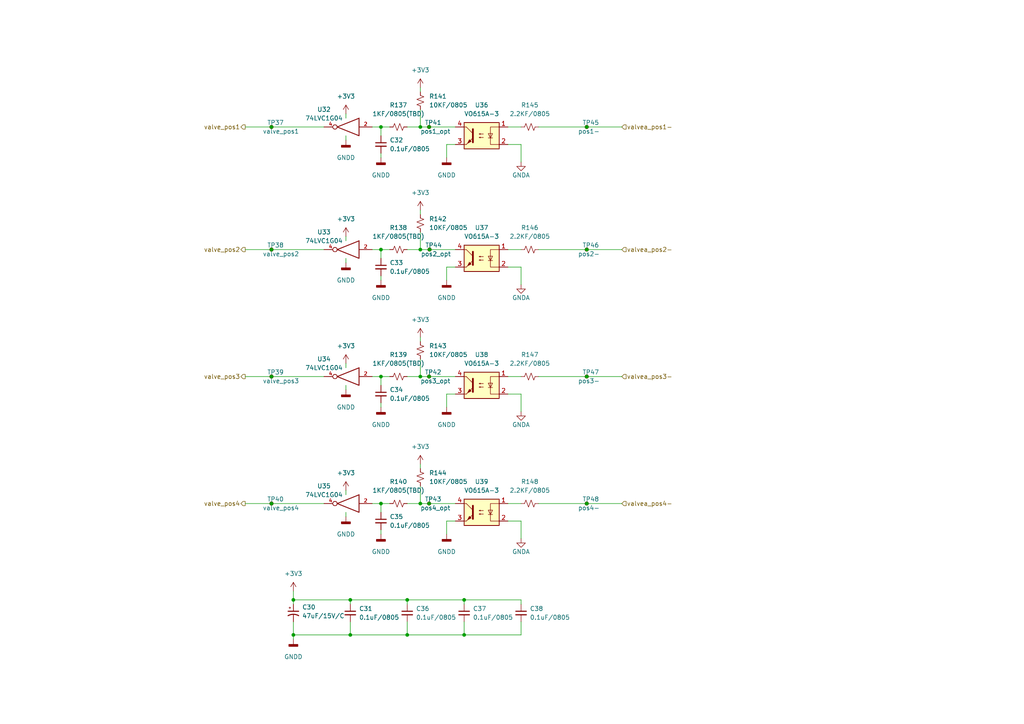
<source format=kicad_sch>
(kicad_sch (version 20211123) (generator eeschema)
  (paper "A4")
  (title_block (title "cylinder_pos_sening") (date "2022-07-12") (rev "rev00"))
  (lib_symbols
    (symbol "74xGxx:74LVC1G04" (pin_names (offset 1.016))
      (property "Reference" "U" (at -2.54 3.81 0))
      (property "Value" "74LVC1G04" (at 0 -3.81 0))
      (symbol "74LVC1G04_0_1"
        (polyline (pts (xy -3.81 2.54) (xy -3.81 -2.54) (xy 2.54 0) (xy -3.81 2.54)) (stroke (width 0.254)))
      )
      (symbol "74LVC1G04_1_1"
        (pin input line (at -7.62 0 0) (length 3.81) (name "~") (number "2"))
        (pin power_in line (at 0 -2.54 270) (length 0) hide (name "GND") (number "3"))
        (pin output inverted (at 6.35 0 180) (length 3.81) (name "~") (number "4"))
        (pin power_in line (at 0 2.54 90) (length 0) hide (name "VCC") (number "5"))
      )
    )
    (symbol "Connector:TestPoint_Small" (pin_numbers hide) (pin_names (offset 0.762) hide)
      (property "Reference" "TP" (at 0 3.81 0))
      (property "Value" "TestPoint_Small" (at 0 2.032 0))
      (symbol "TestPoint_Small_0_1"
        (circle (center 0 0) (radius 0.508))
      )
      (symbol "TestPoint_Small_1_1"
        (pin passive line (at 0 0 90) (length 0) (name "1") (number "1"))
      )
    )
    (symbol "Device:C_Polarized_Small_US" (pin_numbers hide) (pin_names (offset 0.254) hide)
      (property "Reference" "C" (at 0.254 1.778 0))
      (property "Value" "C_Polarized_Small_US" (at 0.254 -2.032 0))
      (symbol "C_Polarized_Small_US_0_1"
        (polyline (pts (xy -1.524 0.508) (xy 1.524 0.508)) (stroke (width 0.3048)))
        (polyline (pts (xy -1.27 1.524) (xy -0.762 1.524)))
        (polyline (pts (xy -1.016 1.27) (xy -1.016 1.778)))
        (arc (start 1.524 -0.762) (mid 0 -0.3734) (end -1.524 -0.762) (stroke (width 0.3048)))
      )
      (symbol "C_Polarized_Small_US_1_1"
        (pin passive line (at 0 2.54 270) (length 2.032) (name "~") (number "1"))
        (pin passive line (at 0 -2.54 90) (length 2.032) (name "~") (number "2"))
      )
    )
    (symbol "Device:C_Small" (pin_numbers hide) (pin_names (offset 0.254) hide)
      (property "Reference" "C" (at 0.254 1.778 0))
      (property "Value" "C_Small" (at 0.254 -2.032 0))
      (symbol "C_Small_0_1"
        (polyline (pts (xy -1.524 -0.508) (xy 1.524 -0.508)) (stroke (width 0.3302)))
        (polyline (pts (xy -1.524 0.508) (xy 1.524 0.508)) (stroke (width 0.3048)))
      )
      (symbol "C_Small_1_1"
        (pin passive line (at 0 2.54 270) (length 2.032) (name "~") (number "1"))
        (pin passive line (at 0 -2.54 90) (length 2.032) (name "~") (number "2"))
      )
    )
    (symbol "Device:R_Small_US" (pin_numbers hide) (pin_names (offset 0.254) hide)
      (property "Reference" "R" (at 0.762 0.508 0))
      (property "Value" "R_Small_US" (at 0.762 -1.016 0))
      (symbol "R_Small_US_1_1"
        (polyline (pts (xy 0 0) (xy 1.016 -0.381) (xy 0 -0.762) (xy -1.016 -1.143) (xy 0 -1.524)))
        (polyline (pts (xy 0 1.524) (xy 1.016 1.143) (xy 0 0.762) (xy -1.016 0.381) (xy 0 0)))
        (pin passive line (at 0 2.54 270) (length 1.016) (name "~") (number "1"))
        (pin passive line (at 0 -2.54 90) (length 1.016) (name "~") (number "2"))
      )
    )
    (symbol "Isolator:VO615A-3" (pin_names (offset 0.762))
      (property "Reference" "U" (at 0 7.62 0))
      (property "Value" "VO615A-3" (at 0 5.08 0))
      (symbol "VO615A-3_0_1"
        (rectangle (start -5.08 3.81) (end 5.08 -3.81) (stroke (width 0.254)) (fill (type background)))
        (polyline (pts (xy -3.175 -0.635) (xy -1.905 -0.635)))
        (polyline (pts (xy 2.54 0.635) (xy 4.445 2.54)))
        (polyline (pts (xy 4.445 -2.54) (xy 2.54 -0.635)) (fill (type outline)))
        (polyline (pts (xy 4.445 -2.54) (xy 5.08 -2.54)))
        (polyline (pts (xy 4.445 2.54) (xy 5.08 2.54)))
        (polyline (pts (xy 2.54 1.905) (xy 2.54 -1.905) (xy 2.54 -1.905)) (stroke (width 0.508)))
        (polyline (pts (xy -5.08 2.54) (xy -2.54 2.54) (xy -2.54 -2.54) (xy -5.08 -2.54)))
        (polyline (pts (xy -2.54 -0.635) (xy -3.175 0.635) (xy -1.905 0.635) (xy -2.54 -0.635)))
        (polyline (pts (xy -0.508 -0.508) (xy 0.762 -0.508) (xy 0.381 -0.635) (xy 0.381 -0.381) (xy 0.762 -0.508)))
        (polyline (pts (xy -0.508 0.508) (xy 0.762 0.508) (xy 0.381 0.381) (xy 0.381 0.635) (xy 0.762 0.508)))
        (polyline (pts (xy 3.048 -1.651) (xy 3.556 -1.143) (xy 4.064 -2.159) (xy 3.048 -1.651) (xy 3.048 -1.651)) (fill (type outline)))
      )
      (symbol "VO615A-3_1_1"
        (pin passive line (at -7.62 2.54 0) (length 2.54) (name "~") (number "1"))
        (pin passive line (at -7.62 -2.54 0) (length 2.54) (name "~") (number "2"))
        (pin passive line (at 7.62 -2.54 180) (length 2.54) (name "~") (number "3"))
        (pin passive line (at 7.62 2.54 180) (length 2.54) (name "~") (number "4"))
      )
    )
    (symbol "power:+3V3" (power) (pin_names (offset 0))
      (property "Value" "+3V3" (at 0 3.556 0))
      (symbol "+3V3_0_1"
        (polyline (pts (xy -0.762 1.27) (xy 0 2.54)))
        (polyline (pts (xy 0 0) (xy 0 2.54)))
        (polyline (pts (xy 0 2.54) (xy 0.762 1.27)))
      )
      (symbol "+3V3_1_1"
        (pin power_in line (at 0 0 90) (length 0) hide (name "+3V3") (number "1"))
      )
    )
    (symbol "power:GNDA" (power) (pin_names (offset 0))
      (property "Value" "GNDA" (at 0 -3.81 0))
      (symbol "GNDA_0_1"
        (polyline (pts (xy 0 0) (xy 0 -1.27) (xy 1.27 -1.27) (xy 0 -2.54) (xy -1.27 -1.27) (xy 0 -1.27)))
      )
      (symbol "GNDA_1_1"
        (pin power_in line (at 0 0 270) (length 0) hide (name "GNDA") (number "1"))
      )
    )
    (symbol "power:GNDD" (power) (pin_names (offset 0))
      (property "Value" "GNDD" (at 0 -3.175 0))
      (symbol "GNDD_0_1"
        (rectangle (start -1.27 -1.524) (end 1.27 -2.032) (stroke (width 0.254)) (fill (type outline)))
        (polyline (pts (xy 0 0) (xy 0 -1.524)))
      )
      (symbol "GNDD_1_1"
        (pin power_in line (at 0 0 270) (length 0) hide (name "GNDD") (number "1"))
      )
    )
  )
  (junction (at 110.49 109.22))
  (junction (at 121.92 146.05))
  (junction (at 78.74 109.22))
  (junction (at 110.49 36.83))
  (junction (at 121.92 72.39))
  (junction (at 121.92 109.22))
  (junction (at 170.18 72.39))
  (junction (at 78.74 72.39))
  (junction (at 170.18 146.05))
  (junction (at 85.09 173.99))
  (junction (at 85.09 184.15))
  (junction (at 110.49 146.05))
  (junction (at 134.62 173.99))
  (junction (at 170.18 109.22))
  (junction (at 124.46 36.83))
  (junction (at 124.46 109.22))
  (junction (at 124.5935 72.39))
  (junction (at 101.6 173.99))
  (junction (at 121.92 36.83))
  (junction (at 101.6 184.15))
  (junction (at 78.74 146.05))
  (junction (at 110.49 72.39))
  (junction (at 134.62 184.15))
  (junction (at 118.11 184.15))
  (junction (at 118.11 173.99))
  (junction (at 78.74 36.83))
  (junction (at 124.46 146.05))
  (junction (at 170.18 36.83))
  (wire (pts (xy 85.09 171.45) (xy 85.09 173.99)))
  (wire (pts (xy 134.62 184.15) (xy 151.13 184.15)))
  (wire (pts (xy 151.13 180.34) (xy 151.13 184.15)))
  (wire (pts (xy 110.49 72.39) (xy 113.03 72.39)))
  (wire (pts (xy 147.32 114.3) (xy 151.13 114.3)))
  (wire (pts (xy 78.74 146.05) (xy 93.98 146.05)))
  (wire (pts (xy 100.33 105.41) (xy 100.33 106.68)))
  (wire (pts (xy 100.33 111.76) (xy 100.33 113.03)))
  (wire (pts (xy 107.95 109.22) (xy 110.49 109.22)))
  (wire (pts (xy 100.33 142.24) (xy 100.33 143.51)))
  (wire (pts (xy 121.92 36.83) (xy 124.46 36.83)))
  (wire (pts (xy 118.11 72.39) (xy 121.92 72.39)))
  (wire (pts (xy 121.92 72.39) (xy 124.5935 72.39)))
  (wire (pts (xy 100.33 74.93) (xy 100.33 76.2)))
  (wire (pts (xy 121.92 31.75) (xy 121.92 36.83)))
  (wire (pts (xy 147.32 146.05) (xy 151.13 146.05)))
  (wire (pts (xy 110.49 80.01) (xy 110.49 81.28)))
  (wire (pts (xy 100.33 33.02) (xy 100.33 34.29)))
  (wire (pts (xy 134.62 175.26) (xy 134.62 173.99)))
  (wire (pts (xy 118.11 146.05) (xy 121.92 146.05)))
  (wire (pts (xy 78.74 109.22) (xy 93.98 109.22)))
  (wire (pts (xy 121.92 60.96) (xy 121.92 62.23)))
  (wire (pts (xy 100.33 148.59) (xy 100.33 149.86)))
  (wire (pts (xy 121.92 109.22) (xy 124.46 109.22)))
  (wire (pts (xy 118.11 173.99) (xy 134.62 173.99)))
  (wire (pts (xy 110.49 36.83) (xy 113.03 36.83)))
  (wire (pts (xy 132.08 41.91) (xy 129.54 41.91)))
  (wire (pts (xy 118.11 36.83) (xy 121.92 36.83)))
  (wire (pts (xy 85.09 184.15) (xy 101.6 184.15)))
  (wire (pts (xy 118.11 180.34) (xy 118.11 184.15)))
  (wire (pts (xy 156.21 146.05) (xy 170.18 146.05)))
  (wire (pts (xy 151.13 77.47) (xy 151.13 82.55)))
  (wire (pts (xy 71.12 109.22) (xy 78.74 109.22)))
  (wire (pts (xy 147.32 109.22) (xy 151.13 109.22)))
  (wire (pts (xy 156.21 72.39) (xy 170.18 72.39)))
  (wire (pts (xy 132.08 114.3) (xy 129.54 114.3)))
  (wire (pts (xy 110.49 153.67) (xy 110.49 154.94)))
  (wire (pts (xy 85.09 180.34) (xy 85.09 184.15)))
  (wire (pts (xy 124.46 146.05) (xy 132.08 146.05)))
  (wire (pts (xy 129.54 77.47) (xy 129.54 81.28)))
  (wire (pts (xy 147.32 72.39) (xy 151.13 72.39)))
  (wire (pts (xy 107.95 146.05) (xy 110.49 146.05)))
  (wire (pts (xy 121.92 25.4) (xy 121.92 26.67)))
  (wire (pts (xy 147.32 36.83) (xy 151.13 36.83)))
  (wire (pts (xy 78.74 36.83) (xy 93.98 36.83)))
  (wire (pts (xy 100.33 68.58) (xy 100.33 69.85)))
  (wire (pts (xy 85.09 173.99) (xy 85.09 175.26)))
  (wire (pts (xy 121.92 140.97) (xy 121.92 146.05)))
  (wire (pts (xy 110.49 36.83) (xy 110.49 39.37)))
  (wire (pts (xy 121.92 134.62) (xy 121.92 135.89)))
  (wire (pts (xy 170.18 36.83) (xy 180.34 36.83)))
  (wire (pts (xy 124.46 36.83) (xy 132.08 36.83)))
  (wire (pts (xy 132.08 151.13) (xy 129.54 151.13)))
  (wire (pts (xy 110.49 116.84) (xy 110.49 118.11)))
  (wire (pts (xy 101.6 175.26) (xy 101.6 173.99)))
  (wire (pts (xy 151.13 175.26) (xy 151.13 173.99)))
  (wire (pts (xy 100.33 39.37) (xy 100.33 40.64)))
  (wire (pts (xy 129.54 151.13) (xy 129.54 154.94)))
  (wire (pts (xy 151.13 41.91) (xy 151.13 46.99)))
  (wire (pts (xy 118.11 175.26) (xy 118.11 173.99)))
  (wire (pts (xy 107.95 72.39) (xy 110.49 72.39)))
  (wire (pts (xy 132.08 77.47) (xy 129.54 77.47)))
  (wire (pts (xy 151.13 114.3) (xy 151.13 119.38)))
  (wire (pts (xy 110.49 72.39) (xy 110.49 74.93)))
  (wire (pts (xy 121.92 104.14) (xy 121.92 109.22)))
  (wire (pts (xy 156.21 36.83) (xy 170.18 36.83)))
  (wire (pts (xy 101.6 173.99) (xy 118.11 173.99)))
  (wire (pts (xy 124.5935 72.39) (xy 132.08 72.39)))
  (wire (pts (xy 85.09 184.15) (xy 85.09 185.42)))
  (wire (pts (xy 121.92 146.05) (xy 124.46 146.05)))
  (wire (pts (xy 129.54 114.3) (xy 129.54 118.11)))
  (wire (pts (xy 78.74 72.39) (xy 93.98 72.39)))
  (wire (pts (xy 156.21 109.22) (xy 170.18 109.22)))
  (wire (pts (xy 71.12 72.39) (xy 78.74 72.39)))
  (wire (pts (xy 170.18 146.05) (xy 180.34 146.05)))
  (wire (pts (xy 110.49 146.05) (xy 110.49 148.59)))
  (wire (pts (xy 124.46 109.22) (xy 132.08 109.22)))
  (wire (pts (xy 134.62 173.99) (xy 151.13 173.99)))
  (wire (pts (xy 121.92 97.79) (xy 121.92 99.06)))
  (wire (pts (xy 71.12 36.83) (xy 78.74 36.83)))
  (wire (pts (xy 107.95 36.83) (xy 110.49 36.83)))
  (wire (pts (xy 110.49 146.05) (xy 113.03 146.05)))
  (wire (pts (xy 170.18 72.39) (xy 180.34 72.39)))
  (wire (pts (xy 101.6 173.99) (xy 85.09 173.99)))
  (wire (pts (xy 151.13 151.13) (xy 151.13 156.21)))
  (wire (pts (xy 118.11 184.15) (xy 134.62 184.15)))
  (wire (pts (xy 101.6 180.34) (xy 101.6 184.15)))
  (wire (pts (xy 101.6 184.15) (xy 118.11 184.15)))
  (wire (pts (xy 110.49 109.22) (xy 113.03 109.22)))
  (wire (pts (xy 129.54 41.91) (xy 129.54 45.72)))
  (wire (pts (xy 147.32 41.91) (xy 151.13 41.91)))
  (wire (pts (xy 170.18 109.22) (xy 180.34 109.22)))
  (wire (pts (xy 118.11 109.22) (xy 121.92 109.22)))
  (wire (pts (xy 134.62 180.34) (xy 134.62 184.15)))
  (wire (pts (xy 71.12 146.05) (xy 78.74 146.05)))
  (wire (pts (xy 110.49 109.22) (xy 110.49 111.76)))
  (wire (pts (xy 121.92 67.31) (xy 121.92 72.39)))
  (wire (pts (xy 147.32 77.47) (xy 151.13 77.47)))
  (wire (pts (xy 110.49 44.45) (xy 110.49 45.72)))
  (wire (pts (xy 147.32 151.13) (xy 151.13 151.13)))
  (hierarchical_label "valvea_pos4-" (shape input) (at 180.34 146.05 0))
  (hierarchical_label "valve_pos1" (shape output) (at 71.12 36.83 180))
  (hierarchical_label "valve_pos3" (shape output) (at 71.12 109.22 180))
  (hierarchical_label "valvea_pos3-" (shape input) (at 180.34 109.22 0))
  (hierarchical_label "valve_pos2" (shape output) (at 71.12 72.39 180))
  (hierarchical_label "valvea_pos2-" (shape input) (at 180.34 72.39 0))
  (hierarchical_label "valve_pos4" (shape output) (at 71.12 146.05 180))
  (hierarchical_label "valvea_pos1-" (shape input) (at 180.34 36.83 0))
  (symbol (lib_id "power:+3V3") (at 85.09 171.45 0) (unit 1)
    (property "Reference" "#PWR098" (effects hide))
    (property "Value" "+3V3" (at 85.09 166.37 0))
  )
  (symbol (lib_id "Connector:TestPoint_Small") (at 170.18 109.22 0) (unit 1)
    (property "Reference" "TP47" (at 168.91 107.95 0) (effects (justify left)))
    (property "Value" "pos3-" (at 167.64 110.49 0) (effects (justify left)))
  )
  (symbol (lib_id "power:GNDD") (at 129.54 118.11 0) (unit 1)
    (property "Reference" "#PWR0126" (effects hide))
    (property "Value" "GNDD" (at 129.54 123.19 0))
  )
  (symbol (lib_id "Connector:TestPoint_Small") (at 78.74 36.83 0) (unit 1)
    (property "Reference" "TP37" (at 77.47 35.56 0) (effects (justify left)))
    (property "Value" "valve_pos1" (at 76.2 38.1 0) (effects (justify left)))
  )
  (symbol (lib_id "Connector:TestPoint_Small") (at 124.46 109.22 0) (unit 1)
    (property "Reference" "TP42" (at 123.19 107.95 0) (effects (justify left)))
    (property "Value" "pos3_opt" (at 121.92 110.49 0) (effects (justify left)))
  )
  (symbol (lib_id "Device:C_Small") (at 151.13 177.8 0) (unit 1)
    (property "Reference" "C38" (at 153.67 176.5362 0) (effects (justify left)))
    (property "Value" "0.1uF/0805" (at 153.67 179.0762 0) (effects (justify left)))
  )
  (symbol (lib_id "power:GNDA") (at 151.13 46.99 0) (unit 1)
    (property "Reference" "#PWR0128" (effects hide))
    (property "Value" "GNDA" (at 151.13 50.8 0))
  )
  (symbol (lib_id "power:GNDA") (at 151.13 156.21 0) (unit 1)
    (property "Reference" "#PWR0131" (effects hide))
    (property "Value" "GNDA" (at 151.13 160.02 0))
  )
  (symbol (lib_id "Isolator:VO615A-3") (at 139.7 111.76 0) (mirror y) (unit 1)
    (property "Reference" "U38" (at 139.7 102.87 0))
    (property "Value" "VO615A-3" (at 139.7 105.41 0))
    (property "Datasheet" "http://www.vishay.com/docs/81753/vo615a.pdf" (effects hide))
  )
  (symbol (lib_id "power:GNDD") (at 129.54 45.72 0) (unit 1)
    (property "Reference" "#PWR0124" (effects hide))
    (property "Value" "GNDD" (at 129.54 50.8 0))
  )
  (symbol (lib_id "power:GNDD") (at 110.49 81.28 0) (unit 1)
    (property "Reference" "#PWR0117" (effects hide))
    (property "Value" "GNDD" (at 110.49 86.36 0))
  )
  (symbol (lib_id "power:GNDD") (at 110.49 154.94 0) (unit 1)
    (property "Reference" "#PWR0119" (effects hide))
    (property "Value" "GNDD" (at 110.49 160.02 0))
  )
  (symbol (lib_id "74xGxx:74LVC1G04") (at 100.33 72.39 0) (mirror y) (unit 1)
    (property "Reference" "U33" (at 93.98 67.31 0))
    (property "Value" "74LVC1G04" (at 93.98 69.85 0))
    (property "Datasheet" "http://www.ti.com/lit/sg/scyt129e/scyt129e.pdf" (effects hide))
  )
  (symbol (lib_id "power:GNDD") (at 129.54 154.94 0) (unit 1)
    (property "Reference" "#PWR0127" (effects hide))
    (property "Value" "GNDD" (at 129.54 160.02 0))
  )
  (symbol (lib_id "Device:C_Small") (at 118.11 177.8 0) (unit 1)
    (property "Reference" "C36" (at 120.65 176.5362 0) (effects (justify left)))
    (property "Value" "0.1uF/0805" (at 120.65 179.0762 0) (effects (justify left)))
  )
  (symbol (lib_id "Device:R_Small_US") (at 115.57 36.83 90) (unit 1)
    (property "Reference" "R137" (at 115.57 30.48 90))
    (property "Value" "1KF/0805(TBD)" (at 115.57 33.02 90))
  )
  (symbol (lib_id "power:GNDA") (at 151.13 82.55 0) (unit 1)
    (property "Reference" "#PWR0129" (effects hide))
    (property "Value" "GNDA" (at 151.13 86.36 0))
  )
  (symbol (lib_id "Isolator:VO615A-3") (at 139.7 148.59 0) (mirror y) (unit 1)
    (property "Reference" "U39" (at 139.7 139.7 0))
    (property "Value" "VO615A-3" (at 139.7 142.24 0))
    (property "Datasheet" "http://www.vishay.com/docs/81753/vo615a.pdf" (effects hide))
  )
  (symbol (lib_id "74xGxx:74LVC1G04") (at 100.33 109.22 0) (mirror y) (unit 1)
    (property "Reference" "U34" (at 93.98 104.14 0))
    (property "Value" "74LVC1G04" (at 93.98 106.68 0))
    (property "Datasheet" "http://www.ti.com/lit/sg/scyt129e/scyt129e.pdf" (effects hide))
  )
  (symbol (lib_id "74xGxx:74LVC1G04") (at 100.33 36.83 0) (mirror y) (unit 1)
    (property "Reference" "U32" (at 93.98 31.75 0))
    (property "Value" "74LVC1G04" (at 93.98 34.29 0))
    (property "Datasheet" "http://www.ti.com/lit/sg/scyt129e/scyt129e.pdf" (effects hide))
  )
  (symbol (lib_id "power:+3V3") (at 121.92 134.62 0) (unit 1)
    (property "Reference" "#PWR0123" (effects hide))
    (property "Value" "+3V3" (at 121.92 129.54 0))
  )
  (symbol (lib_id "Device:R_Small_US") (at 153.67 146.05 270) (unit 1)
    (property "Reference" "R148" (at 153.67 139.7 90))
    (property "Value" "2.2KF/0805" (at 153.67 142.24 90))
  )
  (symbol (lib_id "Connector:TestPoint_Small") (at 78.74 109.22 0) (unit 1)
    (property "Reference" "TP39" (at 77.47 107.95 0) (effects (justify left)))
    (property "Value" "valve_pos3" (at 76.2 110.49 0) (effects (justify left)))
  )
  (symbol (lib_id "Connector:TestPoint_Small") (at 78.74 146.05 0) (unit 1)
    (property "Reference" "TP40" (at 77.47 144.78 0) (effects (justify left)))
    (property "Value" "valve_pos4" (at 76.2 147.32 0) (effects (justify left)))
  )
  (symbol (lib_id "74xGxx:74LVC1G04") (at 100.33 146.05 0) (mirror y) (unit 1)
    (property "Reference" "U35" (at 93.98 140.97 0))
    (property "Value" "74LVC1G04" (at 93.98 143.51 0))
    (property "Datasheet" "http://www.ti.com/lit/sg/scyt129e/scyt129e.pdf" (effects hide))
  )
  (symbol (lib_id "Device:C_Small") (at 110.49 151.13 0) (unit 1)
    (property "Reference" "C35" (at 113.03 149.8662 0) (effects (justify left)))
    (property "Value" "0.1uF/0805" (at 113.03 152.4062 0) (effects (justify left)))
  )
  (symbol (lib_id "Device:C_Small") (at 134.62 177.8 0) (unit 1)
    (property "Reference" "C37" (at 137.16 176.5362 0) (effects (justify left)))
    (property "Value" "0.1uF/0805" (at 137.16 179.0762 0) (effects (justify left)))
  )
  (symbol (lib_id "Device:C_Small") (at 110.49 41.91 0) (unit 1)
    (property "Reference" "C32" (at 113.03 40.6462 0) (effects (justify left)))
    (property "Value" "0.1uF/0805" (at 113.03 43.1862 0) (effects (justify left)))
  )
  (symbol (lib_id "power:GNDA") (at 151.13 119.38 0) (unit 1)
    (property "Reference" "#PWR0130" (effects hide))
    (property "Value" "GNDA" (at 151.13 123.19 0))
  )
  (symbol (lib_id "Device:C_Polarized_Small_US") (at 85.09 177.8 0) (unit 1)
    (property "Reference" "C30" (at 87.63 176.0981 0) (effects (justify left)))
    (property "Value" "47uF/15V/C" (at 87.63 178.6381 0) (effects (justify left)))
  )
  (symbol (lib_id "Device:R_Small_US") (at 153.67 72.39 270) (unit 1)
    (property "Reference" "R146" (at 153.67 66.04 90))
    (property "Value" "2.2KF/0805" (at 153.67 68.58 90))
  )
  (symbol (lib_id "Connector:TestPoint_Small") (at 78.74 72.39 0) (unit 1)
    (property "Reference" "TP38" (at 77.47 71.12 0) (effects (justify left)))
    (property "Value" "valve_pos2" (at 76.2 73.66 0) (effects (justify left)))
  )
  (symbol (lib_id "Device:R_Small_US") (at 153.67 36.83 270) (unit 1)
    (property "Reference" "R145" (at 153.67 30.48 90))
    (property "Value" "2.2KF/0805" (at 153.67 33.02 90))
  )
  (symbol (lib_id "Device:R_Small_US") (at 115.57 109.22 90) (unit 1)
    (property "Reference" "R139" (at 115.57 102.87 90))
    (property "Value" "1KF/0805(TBD)" (at 115.57 105.41 90))
  )
  (symbol (lib_id "Device:R_Small_US") (at 121.92 29.21 180) (unit 1)
    (property "Reference" "R141" (at 124.46 27.9399 0) (effects (justify right)))
    (property "Value" "10KF/0805" (at 124.46 30.4799 0) (effects (justify right)))
  )
  (symbol (lib_id "power:GNDD") (at 100.33 149.86 0) (unit 1)
    (property "Reference" "#PWR0115" (effects hide))
    (property "Value" "GNDD" (at 100.33 154.94 0))
  )
  (symbol (lib_id "Device:R_Small_US") (at 153.67 109.22 270) (unit 1)
    (property "Reference" "R147" (at 153.67 102.87 90))
    (property "Value" "2.2KF/0805" (at 153.67 105.41 90))
  )
  (symbol (lib_id "Device:R_Small_US") (at 115.57 72.39 90) (unit 1)
    (property "Reference" "R138" (at 115.57 66.04 90))
    (property "Value" "1KF/0805(TBD)" (at 115.57 68.58 90))
  )
  (symbol (lib_id "Device:R_Small_US") (at 121.92 138.43 180) (unit 1)
    (property "Reference" "R144" (at 124.46 137.1599 0) (effects (justify right)))
    (property "Value" "10KF/0805" (at 124.46 139.6999 0) (effects (justify right)))
  )
  (symbol (lib_id "power:+3V3") (at 100.33 105.41 0) (unit 1)
    (property "Reference" "#PWR0112" (effects hide))
    (property "Value" "+3V3" (at 100.33 100.33 0))
  )
  (symbol (lib_id "Device:C_Small") (at 101.6 177.8 0) (unit 1)
    (property "Reference" "C31" (at 104.14 176.5362 0) (effects (justify left)))
    (property "Value" "0.1uF/0805" (at 104.14 179.0762 0) (effects (justify left)))
  )
  (symbol (lib_id "power:GNDD") (at 100.33 40.64 0) (unit 1)
    (property "Reference" "#PWR0109" (effects hide))
    (property "Value" "GNDD" (at 100.33 45.72 0))
  )
  (symbol (lib_id "power:GNDD") (at 110.49 118.11 0) (unit 1)
    (property "Reference" "#PWR0118" (effects hide))
    (property "Value" "GNDD" (at 110.49 123.19 0))
  )
  (symbol (lib_id "Isolator:VO615A-3") (at 139.7 74.93 0) (mirror y) (unit 1)
    (property "Reference" "U37" (at 139.7 66.04 0))
    (property "Value" "VO615A-3" (at 139.7 68.58 0))
    (property "Datasheet" "http://www.vishay.com/docs/81753/vo615a.pdf" (effects hide))
  )
  (symbol (lib_id "Connector:TestPoint_Small") (at 170.18 36.83 0) (unit 1)
    (property "Reference" "TP45" (at 168.91 35.56 0) (effects (justify left)))
    (property "Value" "pos1-" (at 167.64 38.1 0) (effects (justify left)))
  )
  (symbol (lib_id "power:GNDD") (at 100.33 76.2 0) (unit 1)
    (property "Reference" "#PWR0111" (effects hide))
    (property "Value" "GNDD" (at 100.33 81.28 0))
  )
  (symbol (lib_id "Connector:TestPoint_Small") (at 170.18 146.05 0) (unit 1)
    (property "Reference" "TP48" (at 168.91 144.78 0) (effects (justify left)))
    (property "Value" "pos4-" (at 167.64 147.32 0) (effects (justify left)))
  )
  (symbol (lib_id "Connector:TestPoint_Small") (at 124.46 36.83 0) (unit 1)
    (property "Reference" "TP41" (at 123.19 35.56 0) (effects (justify left)))
    (property "Value" "pos1_opt" (at 121.92 38.1 0) (effects (justify left)))
  )
  (symbol (lib_id "power:GNDD") (at 100.33 113.03 0) (unit 1)
    (property "Reference" "#PWR0113" (effects hide))
    (property "Value" "GNDD" (at 100.33 118.11 0))
  )
  (symbol (lib_id "Connector:TestPoint_Small") (at 170.18 72.39 0) (unit 1)
    (property "Reference" "TP46" (at 168.91 71.12 0) (effects (justify left)))
    (property "Value" "pos2-" (at 167.64 73.66 0) (effects (justify left)))
  )
  (symbol (lib_id "Device:R_Small_US") (at 121.92 64.77 180) (unit 1)
    (property "Reference" "R142" (at 124.46 63.4999 0) (effects (justify right)))
    (property "Value" "10KF/0805" (at 124.46 66.0399 0) (effects (justify right)))
  )
  (symbol (lib_id "power:+3V3") (at 100.33 142.24 0) (unit 1)
    (property "Reference" "#PWR0114" (effects hide))
    (property "Value" "+3V3" (at 100.33 137.16 0))
  )
  (symbol (lib_id "Device:C_Small") (at 110.49 114.3 0) (unit 1)
    (property "Reference" "C34" (at 113.03 113.0362 0) (effects (justify left)))
    (property "Value" "0.1uF/0805" (at 113.03 115.5762 0) (effects (justify left)))
  )
  (symbol (lib_id "power:GNDD") (at 85.09 185.42 0) (unit 1)
    (property "Reference" "#PWR099" (effects hide))
    (property "Value" "GNDD" (at 85.09 190.5 0))
  )
  (symbol (lib_id "Device:R_Small_US") (at 121.92 101.6 180) (unit 1)
    (property "Reference" "R143" (at 124.46 100.3299 0) (effects (justify right)))
    (property "Value" "10KF/0805" (at 124.46 102.8699 0) (effects (justify right)))
  )
  (symbol (lib_id "power:GNDD") (at 110.49 45.72 0) (unit 1)
    (property "Reference" "#PWR0116" (effects hide))
    (property "Value" "GNDD" (at 110.49 50.8 0))
  )
  (symbol (lib_id "Device:R_Small_US") (at 115.57 146.05 90) (unit 1)
    (property "Reference" "R140" (at 115.57 139.7 90))
    (property "Value" "1KF/0805(TBD)" (at 115.57 142.24 90))
  )
  (symbol (lib_id "Connector:TestPoint_Small") (at 124.5935 72.39 0) (unit 1)
    (property "Reference" "TP44" (at 123.3235 71.12 0) (effects (justify left)))
    (property "Value" "pos2_opt" (at 122.0535 73.66 0) (effects (justify left)))
  )
  (symbol (lib_id "Isolator:VO615A-3") (at 139.7 39.37 0) (mirror y) (unit 1)
    (property "Reference" "U36" (at 139.7 30.48 0))
    (property "Value" "VO615A-3" (at 139.7 33.02 0))
    (property "Datasheet" "http://www.vishay.com/docs/81753/vo615a.pdf" (effects hide))
  )
  (symbol (lib_id "power:+3V3") (at 100.33 33.02 0) (unit 1)
    (property "Reference" "#PWR0100" (effects hide))
    (property "Value" "+3V3" (at 100.33 27.94 0))
  )
  (symbol (lib_id "power:+3V3") (at 100.33 68.58 0) (unit 1)
    (property "Reference" "#PWR0110" (effects hide))
    (property "Value" "+3V3" (at 100.33 63.5 0))
  )
  (symbol (lib_id "power:+3V3") (at 121.92 97.79 0) (unit 1)
    (property "Reference" "#PWR0122" (effects hide))
    (property "Value" "+3V3" (at 121.92 92.71 0))
  )
  (symbol (lib_id "Connector:TestPoint_Small") (at 124.46 146.05 0) (unit 1)
    (property "Reference" "TP43" (at 123.19 144.78 0) (effects (justify left)))
    (property "Value" "pos4_opt" (at 121.92 147.32 0) (effects (justify left)))
  )
  (symbol (lib_id "power:GNDD") (at 129.54 81.28 0) (unit 1)
    (property "Reference" "#PWR0125" (effects hide))
    (property "Value" "GNDD" (at 129.54 86.36 0))
  )
  (symbol (lib_id "power:+3V3") (at 121.92 60.96 0) (unit 1)
    (property "Reference" "#PWR0121" (effects hide))
    (property "Value" "+3V3" (at 121.92 55.88 0))
  )
  (symbol (lib_id "power:+3V3") (at 121.92 25.4 0) (unit 1)
    (property "Reference" "#PWR0120" (effects hide))
    (property "Value" "+3V3" (at 121.92 20.32 0))
  )
  (symbol (lib_id "Device:C_Small") (at 110.49 77.47 0) (unit 1)
    (property "Reference" "C33" (at 113.03 76.2062 0) (effects (justify left)))
    (property "Value" "0.1uF/0805" (at 113.03 78.7462 0) (effects (justify left)))
  )
)
</source>
